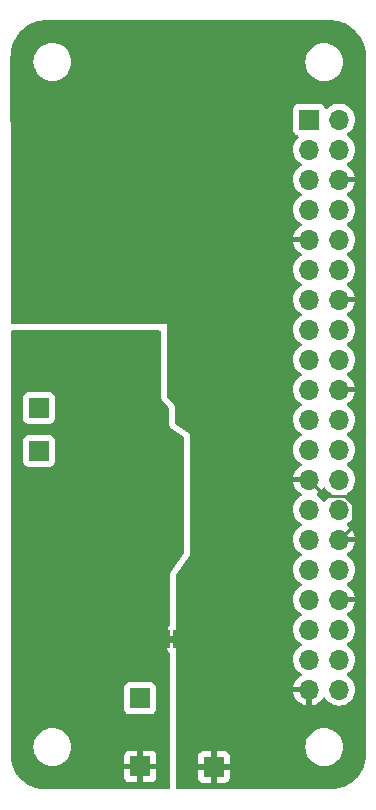
<source format=gbr>
%TF.GenerationSoftware,KiCad,Pcbnew,7.0.2-0*%
%TF.CreationDate,2024-01-15T07:51:27+01:00*%
%TF.ProjectId,dac,6461632e-6b69-4636-9164-5f7063625858,rev?*%
%TF.SameCoordinates,Original*%
%TF.FileFunction,Copper,L2,Bot*%
%TF.FilePolarity,Positive*%
%FSLAX46Y46*%
G04 Gerber Fmt 4.6, Leading zero omitted, Abs format (unit mm)*
G04 Created by KiCad (PCBNEW 7.0.2-0) date 2024-01-15 07:51:27*
%MOMM*%
%LPD*%
G01*
G04 APERTURE LIST*
G04 Aperture macros list*
%AMFreePoly0*
4,1,19,0.000000,0.744911,0.071157,0.744911,0.207708,0.704816,0.327430,0.627875,0.420627,0.520320,0.479746,0.390866,0.500000,0.250000,0.500000,-0.250000,0.479746,-0.390866,0.420627,-0.520320,0.327430,-0.627875,0.207708,-0.704816,0.071157,-0.744911,0.000000,-0.744911,0.000000,-0.750000,-0.500000,-0.750000,-0.500000,0.750000,0.000000,0.750000,0.000000,0.744911,0.000000,0.744911,
$1*%
%AMFreePoly1*
4,1,19,0.500000,-0.750000,0.000000,-0.750000,0.000000,-0.744911,-0.071157,-0.744911,-0.207708,-0.704816,-0.327430,-0.627875,-0.420627,-0.520320,-0.479746,-0.390866,-0.500000,-0.250000,-0.500000,0.250000,-0.479746,0.390866,-0.420627,0.520320,-0.327430,0.627875,-0.207708,0.704816,-0.071157,0.744911,0.000000,0.744911,0.000000,0.750000,0.500000,0.750000,0.500000,-0.750000,0.500000,-0.750000,
$1*%
G04 Aperture macros list end*
%TA.AperFunction,SMDPad,CuDef*%
%ADD10FreePoly0,180.000000*%
%TD*%
%TA.AperFunction,SMDPad,CuDef*%
%ADD11FreePoly1,180.000000*%
%TD*%
%TA.AperFunction,ComponentPad*%
%ADD12R,1.700000X1.700000*%
%TD*%
%TA.AperFunction,ComponentPad*%
%ADD13O,1.700000X1.700000*%
%TD*%
%TA.AperFunction,ViaPad*%
%ADD14C,0.800000*%
%TD*%
%TA.AperFunction,Conductor*%
%ADD15C,0.250000*%
%TD*%
G04 APERTURE END LIST*
%TA.AperFunction,EtchedComponent*%
%TO.C,NT2*%
G36*
X57400000Y-100950000D02*
G01*
X56900000Y-100950000D01*
X56900000Y-100350000D01*
X57400000Y-100350000D01*
X57400000Y-100950000D01*
G37*
%TD.AperFunction*%
%TD*%
D10*
%TO.P,NT2,2,2*%
%TO.N,GNDA*%
X56500000Y-100650000D03*
D11*
%TO.P,NT2,1,1*%
%TO.N,GND*%
X57800000Y-100650000D03*
%TD*%
D12*
%TO.P,J1,1,3V3*%
%TO.N,unconnected-(J1-3V3-Pad1)*%
X68800000Y-56650000D03*
D13*
%TO.P,J1,2,5V*%
%TO.N,+5V*%
X71340000Y-56650000D03*
%TO.P,J1,3,SDA/GPIO2*%
%TO.N,/SDA*%
X68800000Y-59190000D03*
%TO.P,J1,4,5V*%
%TO.N,+5V*%
X71340000Y-59190000D03*
%TO.P,J1,5,SCL/GPIO3*%
%TO.N,/SCL*%
X68800000Y-61730000D03*
%TO.P,J1,6,GND*%
%TO.N,GND*%
X71340000Y-61730000D03*
%TO.P,J1,7,GCLK0/GPIO4*%
%TO.N,/GPIO4*%
X68800000Y-64270000D03*
%TO.P,J1,8,GPIO14/TXD*%
%TO.N,/UART_TX*%
X71340000Y-64270000D03*
%TO.P,J1,9,GND*%
%TO.N,GND*%
X68800000Y-66810000D03*
%TO.P,J1,10,GPIO15/RXD*%
%TO.N,/UART_RX*%
X71340000Y-66810000D03*
%TO.P,J1,11,GPIO17*%
%TO.N,/GPIO17*%
X68800000Y-69350000D03*
%TO.P,J1,12,GPIO18/PWM0*%
%TO.N,/GPIO18*%
X71340000Y-69350000D03*
%TO.P,J1,13,GPIO27*%
%TO.N,unconnected-(J1-GPIO27-Pad13)*%
X68800000Y-71890000D03*
%TO.P,J1,14,GND*%
%TO.N,GND*%
X71340000Y-71890000D03*
%TO.P,J1,15,GPIO22*%
%TO.N,/I2S_MCLK*%
X68800000Y-74430000D03*
%TO.P,J1,16,GPIO23*%
%TO.N,/U0TXD*%
X71340000Y-74430000D03*
%TO.P,J1,17,3V3*%
%TO.N,unconnected-(J1-3V3-Pad17)*%
X68800000Y-76970000D03*
%TO.P,J1,18,GPIO24*%
%TO.N,/U0RXD*%
X71340000Y-76970000D03*
%TO.P,J1,19,MOSI0/GPIO10*%
%TO.N,/SPI_MOSI*%
X68800000Y-79510000D03*
%TO.P,J1,20,GND*%
%TO.N,GND*%
X71340000Y-79510000D03*
%TO.P,J1,21,MISO0/GPIO9*%
%TO.N,/SPI_MISO*%
X68800000Y-82050000D03*
%TO.P,J1,22,GPIO25*%
%TO.N,/DTR*%
X71340000Y-82050000D03*
%TO.P,J1,23,SCLK0/GPIO11*%
%TO.N,/SPI_CLK*%
X68800000Y-84590000D03*
%TO.P,J1,24,~{CE0}/GPIO8*%
%TO.N,/SPI_CS*%
X71340000Y-84590000D03*
%TO.P,J1,25,GND*%
%TO.N,GND*%
X68800000Y-87130000D03*
%TO.P,J1,26,~{CE1}/GPIO7*%
%TO.N,/GPIO7*%
X71340000Y-87130000D03*
%TO.P,J1,27,ID_SD/GPIO0*%
%TO.N,/GPIO0*%
X68800000Y-89670000D03*
%TO.P,J1,28,ID_SC/GPIO1*%
%TO.N,/GPIO1*%
X71340000Y-89670000D03*
%TO.P,J1,29,GCLK1/GPIO5*%
%TO.N,/GPIO5*%
X68800000Y-92210000D03*
%TO.P,J1,30,GND*%
%TO.N,GND*%
X71340000Y-92210000D03*
%TO.P,J1,31,GCLK2/GPIO6*%
%TO.N,/GPIO6*%
X68800000Y-94750000D03*
%TO.P,J1,32,PWM0/GPIO12*%
%TO.N,/I2S_BCLK*%
X71340000Y-94750000D03*
%TO.P,J1,33,PWM1/GPIO13*%
%TO.N,/PWM1*%
X68800000Y-97290000D03*
%TO.P,J1,34,GND*%
%TO.N,GND*%
X71340000Y-97290000D03*
%TO.P,J1,35,GPIO19/MISO1*%
%TO.N,/I2S_LRCK*%
X68800000Y-99830000D03*
%TO.P,J1,36,GPIO16*%
%TO.N,/GPIO16*%
X71340000Y-99830000D03*
%TO.P,J1,37,GPIO26*%
%TO.N,/RTS*%
X68800000Y-102370000D03*
%TO.P,J1,38,GPIO20/MOSI1*%
%TO.N,/SPDIF*%
X71340000Y-102370000D03*
%TO.P,J1,39,GND*%
%TO.N,GND*%
X68800000Y-104910000D03*
%TO.P,J1,40,GPIO21/SCLK1*%
%TO.N,/I2S_DOUT*%
X71340000Y-104910000D03*
%TD*%
D12*
%TO.P,J7,1,1*%
%TO.N,GND*%
X60725000Y-111475000D03*
%TD*%
%TO.P,J3,1,1*%
%TO.N,/AUDIO_RIGHT*%
X45920000Y-81080000D03*
%TD*%
%TO.P,J8,1,1*%
%TO.N,GNDA*%
X54500000Y-111425000D03*
%TD*%
%TO.P,J2,1,1*%
%TO.N,/AUDIO_LEFT*%
X45920000Y-84730000D03*
%TD*%
%TO.P,J6,1,1*%
%TO.N,+3V3*%
X54475000Y-105650000D03*
%TD*%
D14*
%TO.N,GND*%
X64301600Y-86242000D03*
%TO.N,GNDA*%
X51360000Y-75610000D03*
X46000000Y-92010000D03*
X56800000Y-83950000D03*
%TD*%
D15*
%TO.N,GND*%
X68800000Y-87130000D02*
X65189600Y-87130000D01*
X65189600Y-87130000D02*
X64301600Y-86242000D01*
X68800000Y-87130000D02*
X70165000Y-88495000D01*
X70165000Y-88495000D02*
X71826701Y-88495000D01*
X71826701Y-88495000D02*
X72515000Y-89183299D01*
X72515000Y-89183299D02*
X72515000Y-91035000D01*
X72515000Y-91035000D02*
X71340000Y-92210000D01*
%TO.N,GNDA*%
X56800000Y-81050000D02*
X51360000Y-75610000D01*
X56800000Y-83950000D02*
X56800000Y-81050000D01*
X54060000Y-83950000D02*
X46000000Y-92010000D01*
X56800000Y-83950000D02*
X54060000Y-83950000D01*
%TD*%
%TA.AperFunction,Conductor*%
%TO.N,GNDA*%
G36*
X56187539Y-74525185D02*
G01*
X56233294Y-74577989D01*
X56244500Y-74629500D01*
X56244500Y-80064047D01*
X56244587Y-80065683D01*
X56244588Y-80065694D01*
X56247307Y-80116413D01*
X56247397Y-80118087D01*
X56247574Y-80119736D01*
X56247576Y-80119757D01*
X56247873Y-80122515D01*
X56250231Y-80144445D01*
X56250496Y-80146084D01*
X56250497Y-80146087D01*
X56258886Y-80197860D01*
X56309166Y-80332662D01*
X56309167Y-80332664D01*
X56309168Y-80332666D01*
X56342653Y-80393989D01*
X56428876Y-80509170D01*
X56713681Y-80793976D01*
X56747166Y-80855298D01*
X56750000Y-80881656D01*
X56750000Y-82000000D01*
X56861719Y-82069824D01*
X56908135Y-82122046D01*
X56919999Y-82174975D01*
X56919999Y-82353460D01*
X56920375Y-82356865D01*
X56920376Y-82356866D01*
X56931862Y-82460627D01*
X56931864Y-82460639D01*
X56932239Y-82464026D01*
X56932983Y-82467345D01*
X56932985Y-82467357D01*
X56943356Y-82513625D01*
X56943359Y-82513638D01*
X56944103Y-82516954D01*
X56945210Y-82520178D01*
X56945214Y-82520192D01*
X56980222Y-82622151D01*
X57059527Y-82742201D01*
X57104727Y-82793058D01*
X57104744Y-82793076D01*
X57105943Y-82794425D01*
X57105948Y-82794430D01*
X57107933Y-82796107D01*
X57107941Y-82796114D01*
X57117687Y-82804346D01*
X57215863Y-82887274D01*
X58186219Y-83493746D01*
X58232635Y-83545970D01*
X58244499Y-83598898D01*
X58244499Y-93298266D01*
X58224814Y-93365305D01*
X58221402Y-93370340D01*
X57111732Y-94923879D01*
X57104520Y-94934245D01*
X57101096Y-94939302D01*
X57094436Y-94949394D01*
X57034660Y-95080282D01*
X57016635Y-95141666D01*
X57015185Y-95145855D01*
X56994500Y-95289733D01*
X56994500Y-99442031D01*
X56974815Y-99509070D01*
X56964213Y-99523233D01*
X56874623Y-99626625D01*
X56814834Y-99757542D01*
X56794353Y-99900000D01*
X56794353Y-100935763D01*
X56794353Y-101400000D01*
X56794510Y-101402208D01*
X56794511Y-101402210D01*
X56799499Y-101471960D01*
X56816769Y-101530776D01*
X56840047Y-101610053D01*
X56859002Y-101639548D01*
X56917856Y-101731128D01*
X56951702Y-101760455D01*
X56989476Y-101819233D01*
X56994499Y-101854168D01*
X56994500Y-102369999D01*
X56994500Y-113227700D01*
X56974815Y-113294739D01*
X56922011Y-113340494D01*
X56870500Y-113351700D01*
X46459881Y-113351700D01*
X46452928Y-113351505D01*
X46340936Y-113345215D01*
X46127717Y-113332318D01*
X46114433Y-113330792D01*
X45967231Y-113305781D01*
X45792119Y-113273691D01*
X45780150Y-113270877D01*
X45630646Y-113227805D01*
X45628084Y-113227037D01*
X45596615Y-113217231D01*
X45465643Y-113176418D01*
X45455093Y-113172598D01*
X45308767Y-113111988D01*
X45305329Y-113110502D01*
X45152729Y-113041822D01*
X45143639Y-113037275D01*
X45003748Y-112959960D01*
X44999579Y-112957549D01*
X44857588Y-112871712D01*
X44849995Y-112866733D01*
X44719034Y-112773810D01*
X44714317Y-112770292D01*
X44584236Y-112668381D01*
X44578082Y-112663229D01*
X44543347Y-112632188D01*
X44458107Y-112556012D01*
X44453053Y-112551234D01*
X44336364Y-112434545D01*
X44331586Y-112429491D01*
X44288251Y-112380999D01*
X44233307Y-112319518D01*
X53150000Y-112319518D01*
X53150354Y-112326132D01*
X53156400Y-112382371D01*
X53206647Y-112517089D01*
X53292811Y-112632188D01*
X53407910Y-112718352D01*
X53542628Y-112768599D01*
X53598867Y-112774645D01*
X53605482Y-112775000D01*
X54250000Y-112775000D01*
X54250000Y-111860501D01*
X54357685Y-111909680D01*
X54464237Y-111925000D01*
X54535763Y-111925000D01*
X54642315Y-111909680D01*
X54750000Y-111860501D01*
X54750000Y-112775000D01*
X55394518Y-112775000D01*
X55401132Y-112774645D01*
X55457371Y-112768599D01*
X55592089Y-112718352D01*
X55707188Y-112632188D01*
X55793352Y-112517089D01*
X55843599Y-112382371D01*
X55849645Y-112326132D01*
X55850000Y-112319518D01*
X55850000Y-111675000D01*
X54933686Y-111675000D01*
X54959493Y-111634844D01*
X55000000Y-111496889D01*
X55000000Y-111353111D01*
X54959493Y-111215156D01*
X54933686Y-111175000D01*
X55850000Y-111175000D01*
X55850000Y-110530481D01*
X55849645Y-110523867D01*
X55843599Y-110467628D01*
X55793352Y-110332910D01*
X55707188Y-110217811D01*
X55592089Y-110131647D01*
X55457371Y-110081400D01*
X55401132Y-110075354D01*
X55394518Y-110075000D01*
X54750000Y-110075000D01*
X54750000Y-110989498D01*
X54642315Y-110940320D01*
X54535763Y-110925000D01*
X54464237Y-110925000D01*
X54357685Y-110940320D01*
X54250000Y-110989498D01*
X54250000Y-110075000D01*
X53605482Y-110075000D01*
X53598867Y-110075354D01*
X53542628Y-110081400D01*
X53407910Y-110131647D01*
X53292811Y-110217811D01*
X53206647Y-110332910D01*
X53156400Y-110467628D01*
X53150354Y-110523867D01*
X53150000Y-110530481D01*
X53150000Y-111175000D01*
X54066314Y-111175000D01*
X54040507Y-111215156D01*
X54000000Y-111353111D01*
X54000000Y-111496889D01*
X54040507Y-111634844D01*
X54066314Y-111675000D01*
X53150000Y-111675000D01*
X53150000Y-112319518D01*
X44233307Y-112319518D01*
X44224361Y-112309507D01*
X44219225Y-112303371D01*
X44167304Y-112237099D01*
X44117306Y-112173281D01*
X44113788Y-112168564D01*
X44079826Y-112120700D01*
X44020854Y-112037587D01*
X44015895Y-112030025D01*
X43930028Y-111887984D01*
X43927638Y-111883850D01*
X43908903Y-111849952D01*
X43850319Y-111743952D01*
X43845776Y-111734869D01*
X43777096Y-111582269D01*
X43775631Y-111578881D01*
X43714993Y-111432487D01*
X43711189Y-111421981D01*
X43660529Y-111259410D01*
X43659793Y-111256952D01*
X43646055Y-111209266D01*
X43616719Y-111107438D01*
X43613909Y-111095486D01*
X43581818Y-110920367D01*
X43556806Y-110773161D01*
X43555281Y-110759885D01*
X43542384Y-110546663D01*
X43541104Y-110523867D01*
X43536092Y-110434624D01*
X43535898Y-110427776D01*
X43535619Y-109778800D01*
X45460751Y-109778800D01*
X45480517Y-110029949D01*
X45539326Y-110274910D01*
X45572571Y-110355170D01*
X45635734Y-110507659D01*
X45767364Y-110722459D01*
X45930976Y-110914024D01*
X46122541Y-111077636D01*
X46337341Y-111209266D01*
X46570089Y-111305673D01*
X46815052Y-111364483D01*
X47003318Y-111379300D01*
X47005763Y-111379300D01*
X47126637Y-111379300D01*
X47129082Y-111379300D01*
X47317348Y-111364483D01*
X47562311Y-111305673D01*
X47795059Y-111209266D01*
X48009859Y-111077636D01*
X48201424Y-110914024D01*
X48365036Y-110722459D01*
X48496666Y-110507659D01*
X48593073Y-110274911D01*
X48651883Y-110029948D01*
X48671649Y-109778800D01*
X48651883Y-109527652D01*
X48593073Y-109282689D01*
X48496666Y-109049941D01*
X48365036Y-108835141D01*
X48201424Y-108643576D01*
X48009859Y-108479964D01*
X47795059Y-108348334D01*
X47678684Y-108300130D01*
X47562310Y-108251926D01*
X47317349Y-108193117D01*
X47131516Y-108178491D01*
X47131501Y-108178490D01*
X47129082Y-108178300D01*
X47003318Y-108178300D01*
X47000899Y-108178490D01*
X47000883Y-108178491D01*
X46815050Y-108193117D01*
X46570089Y-108251926D01*
X46337339Y-108348335D01*
X46122542Y-108479963D01*
X45930976Y-108643576D01*
X45767363Y-108835142D01*
X45635735Y-109049939D01*
X45539326Y-109282689D01*
X45480517Y-109527650D01*
X45460751Y-109778800D01*
X43535619Y-109778800D01*
X43534230Y-106544578D01*
X53124500Y-106544578D01*
X53124501Y-106547872D01*
X53130909Y-106607483D01*
X53181204Y-106742331D01*
X53267454Y-106857546D01*
X53382669Y-106943796D01*
X53517517Y-106994091D01*
X53577127Y-107000500D01*
X55372872Y-107000499D01*
X55432483Y-106994091D01*
X55567331Y-106943796D01*
X55682546Y-106857546D01*
X55768796Y-106742331D01*
X55819091Y-106607483D01*
X55825500Y-106547873D01*
X55825499Y-104752128D01*
X55819091Y-104692517D01*
X55768796Y-104557669D01*
X55682546Y-104442454D01*
X55567331Y-104356204D01*
X55432483Y-104305909D01*
X55372873Y-104299500D01*
X55369550Y-104299500D01*
X53580439Y-104299500D01*
X53580420Y-104299500D01*
X53577128Y-104299501D01*
X53573848Y-104299853D01*
X53573840Y-104299854D01*
X53517515Y-104305909D01*
X53382669Y-104356204D01*
X53267454Y-104442454D01*
X53181204Y-104557668D01*
X53130910Y-104692515D01*
X53130909Y-104692517D01*
X53124500Y-104752127D01*
X53124500Y-104755448D01*
X53124500Y-104755449D01*
X53124500Y-106544560D01*
X53124500Y-106544578D01*
X43534230Y-106544578D01*
X43525244Y-85624578D01*
X44569500Y-85624578D01*
X44569501Y-85627872D01*
X44575909Y-85687483D01*
X44626204Y-85822331D01*
X44712454Y-85937546D01*
X44827669Y-86023796D01*
X44962517Y-86074091D01*
X45022127Y-86080500D01*
X46817872Y-86080499D01*
X46877483Y-86074091D01*
X47012331Y-86023796D01*
X47127546Y-85937546D01*
X47213796Y-85822331D01*
X47264091Y-85687483D01*
X47270500Y-85627873D01*
X47270499Y-83832128D01*
X47264091Y-83772517D01*
X47213796Y-83637669D01*
X47127546Y-83522454D01*
X47012331Y-83436204D01*
X46877483Y-83385909D01*
X46817873Y-83379500D01*
X46814550Y-83379500D01*
X45025439Y-83379500D01*
X45025420Y-83379500D01*
X45022128Y-83379501D01*
X45018848Y-83379853D01*
X45018840Y-83379854D01*
X44962515Y-83385909D01*
X44827669Y-83436204D01*
X44712454Y-83522454D01*
X44626204Y-83637668D01*
X44575910Y-83772515D01*
X44575909Y-83772517D01*
X44569500Y-83832127D01*
X44569500Y-83835448D01*
X44569500Y-83835449D01*
X44569500Y-85624560D01*
X44569500Y-85624578D01*
X43525244Y-85624578D01*
X43523676Y-81974578D01*
X44569500Y-81974578D01*
X44569501Y-81977872D01*
X44569853Y-81981152D01*
X44569854Y-81981159D01*
X44575909Y-82037484D01*
X44587971Y-82069824D01*
X44626204Y-82172331D01*
X44712454Y-82287546D01*
X44827669Y-82373796D01*
X44962517Y-82424091D01*
X45022127Y-82430500D01*
X46817872Y-82430499D01*
X46877483Y-82424091D01*
X47012331Y-82373796D01*
X47127546Y-82287546D01*
X47213796Y-82172331D01*
X47264091Y-82037483D01*
X47270500Y-81977873D01*
X47270499Y-80182128D01*
X47264091Y-80122517D01*
X47213796Y-79987669D01*
X47127546Y-79872454D01*
X47012331Y-79786204D01*
X46877483Y-79735909D01*
X46817873Y-79729500D01*
X46814550Y-79729500D01*
X45025439Y-79729500D01*
X45025420Y-79729500D01*
X45022128Y-79729501D01*
X45018848Y-79729853D01*
X45018840Y-79729854D01*
X44962515Y-79735909D01*
X44827669Y-79786204D01*
X44712454Y-79872454D01*
X44626204Y-79987668D01*
X44575910Y-80122515D01*
X44575909Y-80122517D01*
X44569500Y-80182127D01*
X44569500Y-80185448D01*
X44569500Y-80185449D01*
X44569500Y-81974560D01*
X44569500Y-81974578D01*
X43523676Y-81974578D01*
X43521106Y-75990512D01*
X43520521Y-74629553D01*
X43540177Y-74562505D01*
X43592961Y-74516728D01*
X43644521Y-74505500D01*
X56120500Y-74505500D01*
X56187539Y-74525185D01*
G37*
%TD.AperFunction*%
%TD*%
%TA.AperFunction,Conductor*%
%TO.N,GND*%
G36*
X70154549Y-87796109D02*
G01*
X70171265Y-87815400D01*
X70301505Y-88001401D01*
X70468599Y-88168495D01*
X70654160Y-88298426D01*
X70697783Y-88353002D01*
X70704976Y-88422501D01*
X70673454Y-88484855D01*
X70654159Y-88501575D01*
X70468595Y-88631508D01*
X70301505Y-88798598D01*
X70171575Y-88984159D01*
X70116998Y-89027784D01*
X70047500Y-89034978D01*
X69985145Y-89003455D01*
X69968425Y-88984159D01*
X69838494Y-88798598D01*
X69671404Y-88631508D01*
X69671403Y-88631508D01*
X69671401Y-88631505D01*
X69485402Y-88501267D01*
X69441780Y-88446692D01*
X69434587Y-88377193D01*
X69466109Y-88314839D01*
X69485405Y-88298119D01*
X69671078Y-88168109D01*
X69838109Y-88001078D01*
X69968119Y-87815405D01*
X70022696Y-87771780D01*
X70092194Y-87764586D01*
X70154549Y-87796109D01*
G37*
%TD.AperFunction*%
%TA.AperFunction,Conductor*%
G36*
X70882901Y-48251527D02*
G01*
X71003671Y-48270655D01*
X71049881Y-48278506D01*
X71172272Y-48299301D01*
X71183582Y-48301771D01*
X71338829Y-48343370D01*
X71499120Y-48389549D01*
X71509178Y-48392922D01*
X71659959Y-48450801D01*
X71662950Y-48451995D01*
X71814219Y-48514652D01*
X71823013Y-48518706D01*
X71967831Y-48592494D01*
X71971406Y-48594392D01*
X72100594Y-48665792D01*
X72113889Y-48673140D01*
X72121442Y-48677672D01*
X72258119Y-48766431D01*
X72262339Y-48769297D01*
X72394636Y-48863167D01*
X72400908Y-48867923D01*
X72527803Y-48970681D01*
X72532368Y-48974566D01*
X72642799Y-49073253D01*
X72653161Y-49082513D01*
X72658215Y-49087291D01*
X72773707Y-49202783D01*
X72778485Y-49207837D01*
X72886422Y-49328618D01*
X72890324Y-49333203D01*
X72929567Y-49381664D01*
X72993068Y-49460081D01*
X72997831Y-49466362D01*
X73091701Y-49598659D01*
X73094567Y-49602879D01*
X73183326Y-49739556D01*
X73187858Y-49747109D01*
X73266588Y-49889559D01*
X73268528Y-49893212D01*
X73342282Y-50037964D01*
X73346353Y-50046795D01*
X73409003Y-50198048D01*
X73410206Y-50201062D01*
X73468066Y-50351792D01*
X73471456Y-50361902D01*
X73517632Y-50522181D01*
X73559228Y-50677420D01*
X73561697Y-50688726D01*
X73590344Y-50857326D01*
X73614684Y-51011005D01*
X73616015Y-51023444D01*
X73626912Y-51217470D01*
X73633730Y-51347557D01*
X73633900Y-51354046D01*
X73633900Y-110286700D01*
X73633565Y-110287839D01*
X73633873Y-110326345D01*
X73633756Y-110332818D01*
X73628008Y-110462683D01*
X73619251Y-110645019D01*
X73618011Y-110657540D01*
X73595430Y-110807450D01*
X73569354Y-110968229D01*
X73566951Y-110979625D01*
X73527639Y-111130562D01*
X73484561Y-111284071D01*
X73481225Y-111294241D01*
X73426130Y-111440583D01*
X73424940Y-111443622D01*
X73365892Y-111588759D01*
X73361848Y-111597674D01*
X73291345Y-111738081D01*
X73289399Y-111741799D01*
X73214749Y-111878705D01*
X73210235Y-111886323D01*
X73125122Y-112018928D01*
X73122262Y-112023186D01*
X73032929Y-112150460D01*
X73028172Y-112156797D01*
X72929490Y-112279855D01*
X72925583Y-112284490D01*
X72822566Y-112400815D01*
X72817785Y-112405917D01*
X72706683Y-112517957D01*
X72701621Y-112522781D01*
X72586161Y-112626776D01*
X72581561Y-112630721D01*
X72459375Y-112730405D01*
X72453076Y-112735217D01*
X72326423Y-112825711D01*
X72322191Y-112828604D01*
X72190491Y-112914710D01*
X72182909Y-112919290D01*
X72046359Y-112995240D01*
X72042659Y-112997216D01*
X71903152Y-113068743D01*
X71894271Y-113072862D01*
X71749127Y-113133339D01*
X71746099Y-113134554D01*
X71600772Y-113190668D01*
X71590612Y-113194094D01*
X71436611Y-113238710D01*
X71286901Y-113279049D01*
X71275538Y-113281544D01*
X71113340Y-113309253D01*
X70965275Y-113332831D01*
X70952771Y-113334176D01*
X70769035Y-113344549D01*
X70765248Y-113344763D01*
X70640922Y-113351314D01*
X70634406Y-113351486D01*
X67131901Y-113351700D01*
X57624000Y-113351700D01*
X57556961Y-113332015D01*
X57511206Y-113279211D01*
X57500000Y-113227700D01*
X57500000Y-112369518D01*
X59375000Y-112369518D01*
X59375354Y-112376132D01*
X59381400Y-112432371D01*
X59431647Y-112567089D01*
X59517811Y-112682188D01*
X59632910Y-112768352D01*
X59767628Y-112818599D01*
X59823867Y-112824645D01*
X59830482Y-112825000D01*
X60475000Y-112825000D01*
X60475000Y-111910501D01*
X60582685Y-111959680D01*
X60689237Y-111975000D01*
X60760763Y-111975000D01*
X60867315Y-111959680D01*
X60975000Y-111910501D01*
X60975000Y-112825000D01*
X61619518Y-112825000D01*
X61626132Y-112824645D01*
X61682371Y-112818599D01*
X61817089Y-112768352D01*
X61932188Y-112682188D01*
X62018352Y-112567089D01*
X62068599Y-112432371D01*
X62074645Y-112376132D01*
X62075000Y-112369518D01*
X62075000Y-111725000D01*
X61158686Y-111725000D01*
X61184493Y-111684844D01*
X61225000Y-111546889D01*
X61225000Y-111403111D01*
X61184493Y-111265156D01*
X61158686Y-111225000D01*
X62075000Y-111225000D01*
X62075000Y-110580481D01*
X62074645Y-110573867D01*
X62068599Y-110517628D01*
X62018352Y-110382910D01*
X61932188Y-110267811D01*
X61817089Y-110181647D01*
X61682371Y-110131400D01*
X61626132Y-110125354D01*
X61619518Y-110125000D01*
X60975000Y-110125000D01*
X60975000Y-111039498D01*
X60867315Y-110990320D01*
X60760763Y-110975000D01*
X60689237Y-110975000D01*
X60582685Y-110990320D01*
X60475000Y-111039498D01*
X60475000Y-110125000D01*
X59830482Y-110125000D01*
X59823867Y-110125354D01*
X59767628Y-110131400D01*
X59632910Y-110181647D01*
X59517811Y-110267811D01*
X59431647Y-110382910D01*
X59381400Y-110517628D01*
X59375354Y-110573867D01*
X59375000Y-110580481D01*
X59375000Y-111225000D01*
X60291314Y-111225000D01*
X60265507Y-111265156D01*
X60225000Y-111403111D01*
X60225000Y-111546889D01*
X60265507Y-111684844D01*
X60291314Y-111725000D01*
X59375000Y-111725000D01*
X59375000Y-112369518D01*
X57500000Y-112369518D01*
X57500000Y-109778800D01*
X68473151Y-109778800D01*
X68492917Y-110029949D01*
X68551726Y-110274910D01*
X68596461Y-110382910D01*
X68648134Y-110507659D01*
X68779764Y-110722459D01*
X68943376Y-110914024D01*
X69134941Y-111077636D01*
X69349741Y-111209266D01*
X69582489Y-111305673D01*
X69827452Y-111364483D01*
X70015718Y-111379300D01*
X70018163Y-111379300D01*
X70139037Y-111379300D01*
X70141482Y-111379300D01*
X70329748Y-111364483D01*
X70574711Y-111305673D01*
X70807459Y-111209266D01*
X71022259Y-111077636D01*
X71213824Y-110914024D01*
X71377436Y-110722459D01*
X71509066Y-110507659D01*
X71605473Y-110274911D01*
X71664283Y-110029948D01*
X71684049Y-109778800D01*
X71664283Y-109527652D01*
X71605473Y-109282689D01*
X71509066Y-109049941D01*
X71377436Y-108835141D01*
X71213824Y-108643576D01*
X71022259Y-108479964D01*
X70807459Y-108348334D01*
X70691085Y-108300130D01*
X70574710Y-108251926D01*
X70329749Y-108193117D01*
X70143916Y-108178491D01*
X70143901Y-108178490D01*
X70141482Y-108178300D01*
X70015718Y-108178300D01*
X70013299Y-108178490D01*
X70013283Y-108178491D01*
X69827450Y-108193117D01*
X69582489Y-108251926D01*
X69349739Y-108348335D01*
X69134942Y-108479963D01*
X68943376Y-108643576D01*
X68779763Y-108835142D01*
X68648135Y-109049939D01*
X68551726Y-109282689D01*
X68492917Y-109527650D01*
X68473151Y-109778800D01*
X57500000Y-109778800D01*
X57500000Y-102369999D01*
X67444340Y-102369999D01*
X67464936Y-102605407D01*
X67509709Y-102772502D01*
X67526097Y-102833663D01*
X67625965Y-103047830D01*
X67761505Y-103241401D01*
X67928599Y-103408495D01*
X68114596Y-103538732D01*
X68158219Y-103593307D01*
X68165412Y-103662806D01*
X68133890Y-103725160D01*
X68114595Y-103741880D01*
X67928919Y-103871892D01*
X67761890Y-104038921D01*
X67626400Y-104232421D01*
X67526569Y-104446507D01*
X67469364Y-104659999D01*
X67469364Y-104660000D01*
X68366314Y-104660000D01*
X68340507Y-104700156D01*
X68300000Y-104838111D01*
X68300000Y-104981889D01*
X68340507Y-105119844D01*
X68366314Y-105160000D01*
X67469364Y-105160000D01*
X67526569Y-105373492D01*
X67626399Y-105587576D01*
X67761893Y-105781081D01*
X67928918Y-105948106D01*
X68122423Y-106083600D01*
X68336509Y-106183430D01*
X68550000Y-106240634D01*
X68550000Y-105345501D01*
X68657685Y-105394680D01*
X68764237Y-105410000D01*
X68835763Y-105410000D01*
X68942315Y-105394680D01*
X69050000Y-105345501D01*
X69050000Y-106240633D01*
X69263490Y-106183430D01*
X69477576Y-106083600D01*
X69671081Y-105948106D01*
X69838109Y-105781078D01*
X69968119Y-105595405D01*
X70022696Y-105551780D01*
X70092194Y-105544586D01*
X70154549Y-105576109D01*
X70171265Y-105595400D01*
X70301505Y-105781401D01*
X70468599Y-105948495D01*
X70662170Y-106084035D01*
X70876337Y-106183903D01*
X71088059Y-106240633D01*
X71104592Y-106245063D01*
X71339999Y-106265659D01*
X71339999Y-106265658D01*
X71340000Y-106265659D01*
X71575408Y-106245063D01*
X71803663Y-106183903D01*
X72017830Y-106084035D01*
X72211401Y-105948495D01*
X72378495Y-105781401D01*
X72514035Y-105587830D01*
X72613903Y-105373663D01*
X72675063Y-105145408D01*
X72695659Y-104910000D01*
X72675063Y-104674592D01*
X72613903Y-104446337D01*
X72514035Y-104232171D01*
X72378495Y-104038599D01*
X72211401Y-103871505D01*
X72025839Y-103741573D01*
X71982216Y-103686998D01*
X71975022Y-103617500D01*
X72006545Y-103555145D01*
X72025837Y-103538428D01*
X72211401Y-103408495D01*
X72378495Y-103241401D01*
X72514035Y-103047830D01*
X72613903Y-102833663D01*
X72675063Y-102605408D01*
X72695659Y-102370000D01*
X72675063Y-102134592D01*
X72613903Y-101906337D01*
X72514035Y-101692171D01*
X72378495Y-101498599D01*
X72211401Y-101331505D01*
X72025839Y-101201573D01*
X71982216Y-101146998D01*
X71975022Y-101077500D01*
X72006545Y-101015145D01*
X72025837Y-100998428D01*
X72211401Y-100868495D01*
X72378495Y-100701401D01*
X72514035Y-100507830D01*
X72613903Y-100293663D01*
X72675063Y-100065408D01*
X72695659Y-99830000D01*
X72675063Y-99594592D01*
X72613903Y-99366337D01*
X72514035Y-99152171D01*
X72378495Y-98958599D01*
X72211401Y-98791505D01*
X72025402Y-98661267D01*
X71981780Y-98606692D01*
X71974587Y-98537193D01*
X72006109Y-98474839D01*
X72025405Y-98458119D01*
X72211078Y-98328109D01*
X72378106Y-98161081D01*
X72513600Y-97967576D01*
X72613430Y-97753492D01*
X72670636Y-97540000D01*
X71773686Y-97540000D01*
X71799493Y-97499844D01*
X71840000Y-97361889D01*
X71840000Y-97218111D01*
X71799493Y-97080156D01*
X71773686Y-97040000D01*
X72670636Y-97040000D01*
X72670635Y-97039999D01*
X72613430Y-96826507D01*
X72513599Y-96612421D01*
X72378109Y-96418921D01*
X72211081Y-96251893D01*
X72025404Y-96121880D01*
X71981780Y-96067303D01*
X71974587Y-95997804D01*
X72006109Y-95935450D01*
X72025399Y-95918734D01*
X72211401Y-95788495D01*
X72378495Y-95621401D01*
X72514035Y-95427830D01*
X72613903Y-95213663D01*
X72675063Y-94985408D01*
X72695659Y-94750000D01*
X72675063Y-94514592D01*
X72613903Y-94286337D01*
X72514035Y-94072171D01*
X72378495Y-93878599D01*
X72211401Y-93711505D01*
X72025402Y-93581267D01*
X71981780Y-93526692D01*
X71974587Y-93457193D01*
X72006109Y-93394839D01*
X72025405Y-93378119D01*
X72211078Y-93248109D01*
X72378106Y-93081081D01*
X72513600Y-92887576D01*
X72613430Y-92673492D01*
X72670636Y-92460000D01*
X71773686Y-92460000D01*
X71799493Y-92419844D01*
X71840000Y-92281889D01*
X71840000Y-92138111D01*
X71799493Y-92000156D01*
X71773686Y-91960000D01*
X72670636Y-91960000D01*
X72670635Y-91959999D01*
X72613430Y-91746507D01*
X72513599Y-91532421D01*
X72378109Y-91338921D01*
X72211081Y-91171893D01*
X72025404Y-91041880D01*
X71981780Y-90987303D01*
X71974587Y-90917804D01*
X72006109Y-90855450D01*
X72025399Y-90838734D01*
X72211401Y-90708495D01*
X72378495Y-90541401D01*
X72514035Y-90347830D01*
X72613903Y-90133663D01*
X72675063Y-89905408D01*
X72695659Y-89670000D01*
X72675063Y-89434592D01*
X72613903Y-89206337D01*
X72514035Y-88992171D01*
X72378495Y-88798599D01*
X72211401Y-88631505D01*
X72025839Y-88501573D01*
X71982216Y-88446998D01*
X71975022Y-88377500D01*
X72006545Y-88315145D01*
X72025837Y-88298428D01*
X72211401Y-88168495D01*
X72378495Y-88001401D01*
X72514035Y-87807830D01*
X72613903Y-87593663D01*
X72675063Y-87365408D01*
X72695659Y-87130000D01*
X72675063Y-86894592D01*
X72613903Y-86666337D01*
X72514035Y-86452171D01*
X72378495Y-86258599D01*
X72211401Y-86091505D01*
X72025839Y-85961573D01*
X71982216Y-85906998D01*
X71975022Y-85837500D01*
X72006545Y-85775145D01*
X72025837Y-85758428D01*
X72211401Y-85628495D01*
X72378495Y-85461401D01*
X72514035Y-85267830D01*
X72613903Y-85053663D01*
X72675063Y-84825408D01*
X72695659Y-84590000D01*
X72675063Y-84354592D01*
X72613903Y-84126337D01*
X72514035Y-83912171D01*
X72378495Y-83718599D01*
X72211401Y-83551505D01*
X72025839Y-83421573D01*
X71982216Y-83366998D01*
X71975022Y-83297500D01*
X72006545Y-83235145D01*
X72025837Y-83218428D01*
X72211401Y-83088495D01*
X72378495Y-82921401D01*
X72514035Y-82727830D01*
X72613903Y-82513663D01*
X72675063Y-82285408D01*
X72695659Y-82050000D01*
X72689348Y-81977872D01*
X72675063Y-81814592D01*
X72675062Y-81814592D01*
X72613903Y-81586337D01*
X72514035Y-81372171D01*
X72378495Y-81178599D01*
X72211401Y-81011505D01*
X72025402Y-80881267D01*
X71981780Y-80826692D01*
X71974587Y-80757193D01*
X72006109Y-80694839D01*
X72025405Y-80678119D01*
X72211078Y-80548109D01*
X72378106Y-80381081D01*
X72513600Y-80187576D01*
X72613430Y-79973492D01*
X72670636Y-79760000D01*
X71773686Y-79760000D01*
X71799493Y-79719844D01*
X71840000Y-79581889D01*
X71840000Y-79438111D01*
X71799493Y-79300156D01*
X71773686Y-79260000D01*
X72670636Y-79260000D01*
X72670635Y-79259999D01*
X72613430Y-79046507D01*
X72513599Y-78832421D01*
X72378109Y-78638921D01*
X72211081Y-78471893D01*
X72025404Y-78341880D01*
X71981780Y-78287303D01*
X71974587Y-78217804D01*
X72006109Y-78155450D01*
X72025399Y-78138734D01*
X72211401Y-78008495D01*
X72378495Y-77841401D01*
X72514035Y-77647830D01*
X72613903Y-77433663D01*
X72675063Y-77205408D01*
X72695659Y-76970000D01*
X72675063Y-76734592D01*
X72613903Y-76506337D01*
X72514035Y-76292171D01*
X72378495Y-76098599D01*
X72211401Y-75931505D01*
X72025839Y-75801573D01*
X71982216Y-75746998D01*
X71975022Y-75677500D01*
X72006545Y-75615145D01*
X72025837Y-75598428D01*
X72211401Y-75468495D01*
X72378495Y-75301401D01*
X72514035Y-75107830D01*
X72613903Y-74893663D01*
X72675063Y-74665408D01*
X72695659Y-74430000D01*
X72675063Y-74194592D01*
X72613903Y-73966337D01*
X72514035Y-73752171D01*
X72378495Y-73558599D01*
X72211401Y-73391505D01*
X72025402Y-73261267D01*
X71981780Y-73206692D01*
X71974587Y-73137193D01*
X72006109Y-73074839D01*
X72025405Y-73058119D01*
X72211078Y-72928109D01*
X72378106Y-72761081D01*
X72513600Y-72567576D01*
X72613430Y-72353492D01*
X72670636Y-72140000D01*
X71773686Y-72140000D01*
X71799493Y-72099844D01*
X71840000Y-71961889D01*
X71840000Y-71818111D01*
X71799493Y-71680156D01*
X71773686Y-71640000D01*
X72670636Y-71640000D01*
X72670635Y-71639999D01*
X72613430Y-71426507D01*
X72513599Y-71212421D01*
X72378109Y-71018921D01*
X72211081Y-70851893D01*
X72025404Y-70721880D01*
X71981780Y-70667303D01*
X71974587Y-70597804D01*
X72006109Y-70535450D01*
X72025399Y-70518734D01*
X72211401Y-70388495D01*
X72378495Y-70221401D01*
X72514035Y-70027830D01*
X72613903Y-69813663D01*
X72675063Y-69585408D01*
X72695659Y-69350000D01*
X72675063Y-69114592D01*
X72613903Y-68886337D01*
X72514035Y-68672171D01*
X72378495Y-68478599D01*
X72211401Y-68311505D01*
X72025839Y-68181573D01*
X71982216Y-68126998D01*
X71975022Y-68057500D01*
X72006545Y-67995145D01*
X72025837Y-67978428D01*
X72211401Y-67848495D01*
X72378495Y-67681401D01*
X72514035Y-67487830D01*
X72613903Y-67273663D01*
X72675063Y-67045408D01*
X72695659Y-66810000D01*
X72675063Y-66574592D01*
X72613903Y-66346337D01*
X72514035Y-66132171D01*
X72378495Y-65938599D01*
X72211401Y-65771505D01*
X72025839Y-65641573D01*
X71982217Y-65586998D01*
X71975024Y-65517499D01*
X72006546Y-65455145D01*
X72025837Y-65438428D01*
X72211401Y-65308495D01*
X72378495Y-65141401D01*
X72514035Y-64947830D01*
X72613903Y-64733663D01*
X72675063Y-64505408D01*
X72695659Y-64270000D01*
X72675063Y-64034592D01*
X72613903Y-63806337D01*
X72514035Y-63592171D01*
X72378495Y-63398599D01*
X72211401Y-63231505D01*
X72025402Y-63101267D01*
X71981780Y-63046692D01*
X71974587Y-62977193D01*
X72006109Y-62914839D01*
X72025405Y-62898119D01*
X72211078Y-62768109D01*
X72378106Y-62601081D01*
X72513600Y-62407576D01*
X72613430Y-62193492D01*
X72670636Y-61980000D01*
X71773686Y-61980000D01*
X71799493Y-61939844D01*
X71840000Y-61801889D01*
X71840000Y-61658111D01*
X71799493Y-61520156D01*
X71773686Y-61480000D01*
X72670636Y-61480000D01*
X72670635Y-61479999D01*
X72613430Y-61266507D01*
X72513599Y-61052421D01*
X72378109Y-60858921D01*
X72211081Y-60691893D01*
X72025404Y-60561880D01*
X71981780Y-60507303D01*
X71974587Y-60437804D01*
X72006109Y-60375450D01*
X72025399Y-60358734D01*
X72211401Y-60228495D01*
X72378495Y-60061401D01*
X72514035Y-59867830D01*
X72613903Y-59653663D01*
X72675063Y-59425408D01*
X72695659Y-59190000D01*
X72675063Y-58954592D01*
X72613903Y-58726337D01*
X72514035Y-58512171D01*
X72378495Y-58318599D01*
X72211401Y-58151505D01*
X72025839Y-58021573D01*
X71982216Y-57966998D01*
X71975022Y-57897500D01*
X72006545Y-57835145D01*
X72025837Y-57818428D01*
X72211401Y-57688495D01*
X72378495Y-57521401D01*
X72514035Y-57327830D01*
X72613903Y-57113663D01*
X72675063Y-56885408D01*
X72695659Y-56650000D01*
X72675063Y-56414592D01*
X72613903Y-56186337D01*
X72514035Y-55972171D01*
X72378495Y-55778599D01*
X72211401Y-55611505D01*
X72017830Y-55475965D01*
X71803663Y-55376097D01*
X71742501Y-55359709D01*
X71575407Y-55314936D01*
X71340000Y-55294340D01*
X71104592Y-55314936D01*
X70876336Y-55376097D01*
X70662170Y-55475965D01*
X70468601Y-55611503D01*
X70346673Y-55733431D01*
X70285350Y-55766915D01*
X70215658Y-55761931D01*
X70159725Y-55720059D01*
X70142810Y-55689082D01*
X70135658Y-55669907D01*
X70093796Y-55557669D01*
X70007546Y-55442454D01*
X69892331Y-55356204D01*
X69757483Y-55305909D01*
X69697873Y-55299500D01*
X69694550Y-55299500D01*
X67905439Y-55299500D01*
X67905420Y-55299500D01*
X67902128Y-55299501D01*
X67898848Y-55299853D01*
X67898840Y-55299854D01*
X67842515Y-55305909D01*
X67707669Y-55356204D01*
X67592454Y-55442454D01*
X67506204Y-55557668D01*
X67506203Y-55557669D01*
X67506204Y-55557669D01*
X67455909Y-55692517D01*
X67449500Y-55752127D01*
X67449500Y-55755448D01*
X67449500Y-55755449D01*
X67449500Y-57544560D01*
X67449500Y-57544578D01*
X67449501Y-57547872D01*
X67449853Y-57551152D01*
X67449854Y-57551159D01*
X67455909Y-57607484D01*
X67481056Y-57674906D01*
X67506204Y-57742331D01*
X67592454Y-57857546D01*
X67707669Y-57943796D01*
X67819907Y-57985658D01*
X67839082Y-57992810D01*
X67895016Y-58034681D01*
X67919433Y-58100146D01*
X67904581Y-58168419D01*
X67883431Y-58196673D01*
X67761503Y-58318601D01*
X67625965Y-58512170D01*
X67526097Y-58726336D01*
X67464936Y-58954592D01*
X67444340Y-59190000D01*
X67464936Y-59425407D01*
X67509709Y-59592501D01*
X67526097Y-59653663D01*
X67625965Y-59867830D01*
X67761505Y-60061401D01*
X67928599Y-60228495D01*
X68114160Y-60358426D01*
X68157783Y-60413002D01*
X68164976Y-60482501D01*
X68133454Y-60544855D01*
X68114159Y-60561575D01*
X67928595Y-60691508D01*
X67761505Y-60858598D01*
X67625965Y-61052170D01*
X67526097Y-61266336D01*
X67464936Y-61494592D01*
X67444340Y-61730000D01*
X67464936Y-61965407D01*
X67490496Y-62060798D01*
X67526097Y-62193663D01*
X67625965Y-62407830D01*
X67761505Y-62601401D01*
X67928599Y-62768495D01*
X68114160Y-62898426D01*
X68157783Y-62953002D01*
X68164976Y-63022501D01*
X68133454Y-63084855D01*
X68114159Y-63101575D01*
X67928595Y-63231508D01*
X67761505Y-63398598D01*
X67625965Y-63592170D01*
X67526097Y-63806336D01*
X67464936Y-64034592D01*
X67444340Y-64269999D01*
X67464936Y-64505407D01*
X67509709Y-64672502D01*
X67526097Y-64733663D01*
X67625965Y-64947830D01*
X67761505Y-65141401D01*
X67928599Y-65308495D01*
X68114596Y-65438732D01*
X68158219Y-65493307D01*
X68165412Y-65562806D01*
X68133890Y-65625160D01*
X68114595Y-65641880D01*
X67928919Y-65771892D01*
X67761890Y-65938921D01*
X67626400Y-66132421D01*
X67526569Y-66346507D01*
X67469364Y-66559999D01*
X67469364Y-66560000D01*
X68366314Y-66560000D01*
X68340507Y-66600156D01*
X68300000Y-66738111D01*
X68300000Y-66881889D01*
X68340507Y-67019844D01*
X68366314Y-67060000D01*
X67469364Y-67060000D01*
X67526569Y-67273492D01*
X67626399Y-67487576D01*
X67761893Y-67681081D01*
X67928918Y-67848106D01*
X68114595Y-67978119D01*
X68158219Y-68032696D01*
X68165412Y-68102195D01*
X68133890Y-68164549D01*
X68114595Y-68181269D01*
X67928595Y-68311508D01*
X67761505Y-68478598D01*
X67625965Y-68672170D01*
X67526097Y-68886336D01*
X67464936Y-69114592D01*
X67444340Y-69349999D01*
X67464936Y-69585407D01*
X67509709Y-69752502D01*
X67526097Y-69813663D01*
X67625965Y-70027830D01*
X67761505Y-70221401D01*
X67928599Y-70388495D01*
X68114160Y-70518426D01*
X68157783Y-70573002D01*
X68164976Y-70642501D01*
X68133454Y-70704855D01*
X68114159Y-70721575D01*
X67928595Y-70851508D01*
X67761505Y-71018598D01*
X67625965Y-71212170D01*
X67526097Y-71426336D01*
X67464936Y-71654592D01*
X67444340Y-71890000D01*
X67464936Y-72125407D01*
X67490496Y-72220798D01*
X67526097Y-72353663D01*
X67625965Y-72567830D01*
X67761505Y-72761401D01*
X67928599Y-72928495D01*
X68114160Y-73058426D01*
X68157783Y-73113002D01*
X68164976Y-73182501D01*
X68133454Y-73244855D01*
X68114159Y-73261575D01*
X67928595Y-73391508D01*
X67761505Y-73558598D01*
X67625965Y-73752170D01*
X67526097Y-73966336D01*
X67464936Y-74194592D01*
X67444340Y-74430000D01*
X67464936Y-74665407D01*
X67509709Y-74832502D01*
X67526097Y-74893663D01*
X67625965Y-75107830D01*
X67761505Y-75301401D01*
X67928599Y-75468495D01*
X68114160Y-75598426D01*
X68157783Y-75653002D01*
X68164976Y-75722501D01*
X68133454Y-75784855D01*
X68114159Y-75801575D01*
X67928595Y-75931508D01*
X67761505Y-76098598D01*
X67625965Y-76292170D01*
X67526097Y-76506336D01*
X67464936Y-76734592D01*
X67444340Y-76969999D01*
X67464936Y-77205407D01*
X67509709Y-77372501D01*
X67526097Y-77433663D01*
X67625965Y-77647830D01*
X67761505Y-77841401D01*
X67928599Y-78008495D01*
X68114160Y-78138426D01*
X68157783Y-78193002D01*
X68164976Y-78262501D01*
X68133454Y-78324855D01*
X68114159Y-78341575D01*
X67928595Y-78471508D01*
X67761505Y-78638598D01*
X67625965Y-78832170D01*
X67526097Y-79046336D01*
X67464936Y-79274592D01*
X67444340Y-79509999D01*
X67464936Y-79745407D01*
X67475868Y-79786204D01*
X67526097Y-79973663D01*
X67625965Y-80187830D01*
X67761505Y-80381401D01*
X67928599Y-80548495D01*
X68114160Y-80678426D01*
X68157783Y-80733002D01*
X68164976Y-80802501D01*
X68133454Y-80864855D01*
X68114158Y-80881575D01*
X67935482Y-81006686D01*
X67928595Y-81011508D01*
X67761505Y-81178598D01*
X67625965Y-81372170D01*
X67526097Y-81586336D01*
X67464936Y-81814592D01*
X67444340Y-82050000D01*
X67464936Y-82285407D01*
X67503814Y-82430500D01*
X67526097Y-82513663D01*
X67625965Y-82727830D01*
X67761505Y-82921401D01*
X67928599Y-83088495D01*
X68114160Y-83218426D01*
X68157783Y-83273002D01*
X68164976Y-83342501D01*
X68133454Y-83404855D01*
X68114158Y-83421575D01*
X67961373Y-83528557D01*
X67928595Y-83551508D01*
X67761505Y-83718598D01*
X67625965Y-83912170D01*
X67526097Y-84126336D01*
X67464936Y-84354592D01*
X67444340Y-84590000D01*
X67464936Y-84825407D01*
X67471660Y-84850500D01*
X67526097Y-85053663D01*
X67625965Y-85267830D01*
X67761505Y-85461401D01*
X67928599Y-85628495D01*
X68114596Y-85758732D01*
X68158219Y-85813307D01*
X68165412Y-85882806D01*
X68133890Y-85945160D01*
X68114595Y-85961880D01*
X67928919Y-86091892D01*
X67761890Y-86258921D01*
X67626400Y-86452421D01*
X67526569Y-86666507D01*
X67469364Y-86879999D01*
X67469364Y-86880000D01*
X68366314Y-86880000D01*
X68340507Y-86920156D01*
X68300000Y-87058111D01*
X68300000Y-87201889D01*
X68340507Y-87339844D01*
X68366314Y-87380000D01*
X67469364Y-87380000D01*
X67526569Y-87593492D01*
X67626399Y-87807576D01*
X67761893Y-88001081D01*
X67928918Y-88168106D01*
X68114595Y-88298119D01*
X68158219Y-88352696D01*
X68165412Y-88422195D01*
X68133890Y-88484549D01*
X68114595Y-88501269D01*
X67928595Y-88631508D01*
X67761505Y-88798598D01*
X67625965Y-88992170D01*
X67526097Y-89206336D01*
X67464936Y-89434592D01*
X67444340Y-89670000D01*
X67464936Y-89905407D01*
X67509709Y-90072501D01*
X67526097Y-90133663D01*
X67625965Y-90347830D01*
X67761505Y-90541401D01*
X67928599Y-90708495D01*
X68114160Y-90838426D01*
X68157783Y-90893002D01*
X68164976Y-90962501D01*
X68133454Y-91024855D01*
X68114159Y-91041575D01*
X67928595Y-91171508D01*
X67761505Y-91338598D01*
X67625965Y-91532170D01*
X67526097Y-91746336D01*
X67464936Y-91974592D01*
X67444340Y-92209999D01*
X67464936Y-92445407D01*
X67490496Y-92540798D01*
X67526097Y-92673663D01*
X67625965Y-92887830D01*
X67761505Y-93081401D01*
X67928599Y-93248495D01*
X68114160Y-93378426D01*
X68157783Y-93433002D01*
X68164976Y-93502501D01*
X68133454Y-93564855D01*
X68114159Y-93581575D01*
X67928595Y-93711508D01*
X67761505Y-93878598D01*
X67625965Y-94072170D01*
X67526097Y-94286336D01*
X67464936Y-94514592D01*
X67444340Y-94750000D01*
X67464936Y-94985407D01*
X67509709Y-95152502D01*
X67526097Y-95213663D01*
X67625965Y-95427830D01*
X67761505Y-95621401D01*
X67928599Y-95788495D01*
X68114160Y-95918426D01*
X68157783Y-95973002D01*
X68164976Y-96042501D01*
X68133454Y-96104855D01*
X68114159Y-96121575D01*
X67928595Y-96251508D01*
X67761505Y-96418598D01*
X67625965Y-96612170D01*
X67526097Y-96826336D01*
X67464936Y-97054592D01*
X67444340Y-97290000D01*
X67464936Y-97525407D01*
X67490496Y-97620798D01*
X67526097Y-97753663D01*
X67625965Y-97967830D01*
X67761505Y-98161401D01*
X67928599Y-98328495D01*
X68114160Y-98458426D01*
X68157783Y-98513002D01*
X68164976Y-98582501D01*
X68133454Y-98644855D01*
X68114159Y-98661575D01*
X67928595Y-98791508D01*
X67761505Y-98958598D01*
X67625965Y-99152170D01*
X67526097Y-99366336D01*
X67464936Y-99594592D01*
X67444340Y-99829999D01*
X67464936Y-100065407D01*
X67497175Y-100185723D01*
X67526097Y-100293663D01*
X67625965Y-100507830D01*
X67761505Y-100701401D01*
X67928599Y-100868495D01*
X68114160Y-100998426D01*
X68157783Y-101053002D01*
X68164976Y-101122501D01*
X68133454Y-101184855D01*
X68114159Y-101201575D01*
X67928595Y-101331508D01*
X67761505Y-101498598D01*
X67625965Y-101692170D01*
X67526097Y-101906336D01*
X67464936Y-102134592D01*
X67444340Y-102369999D01*
X57500000Y-102369999D01*
X57500000Y-101448145D01*
X57501262Y-101430498D01*
X57505647Y-101399999D01*
X57505647Y-99902215D01*
X57505647Y-99902214D01*
X57505647Y-99900000D01*
X57500500Y-99828039D01*
X57500316Y-99825466D01*
X57500000Y-99816620D01*
X57500000Y-97753492D01*
X57500000Y-95289734D01*
X57519684Y-95222699D01*
X57523074Y-95217695D01*
X58750000Y-93500000D01*
X58750000Y-83250000D01*
X57483778Y-82458611D01*
X57437363Y-82406388D01*
X57425499Y-82353460D01*
X57425499Y-82285407D01*
X57425499Y-81132734D01*
X57427764Y-81112237D01*
X57425561Y-81042112D01*
X57425500Y-81038218D01*
X57425500Y-81014541D01*
X57425500Y-81010650D01*
X57424998Y-81006683D01*
X57424081Y-80995027D01*
X57422710Y-80951373D01*
X57417118Y-80932126D01*
X57413174Y-80913085D01*
X57410664Y-80893208D01*
X57394579Y-80852583D01*
X57390808Y-80841568D01*
X57378618Y-80799610D01*
X57368414Y-80782355D01*
X57359861Y-80764895D01*
X57356933Y-80757500D01*
X57352486Y-80746268D01*
X57326808Y-80710925D01*
X57320401Y-80701171D01*
X57298169Y-80663579D01*
X57284006Y-80649416D01*
X57271367Y-80634617D01*
X57259595Y-80618413D01*
X57225941Y-80590573D01*
X57217299Y-80582709D01*
X56786319Y-80151728D01*
X56752834Y-80090405D01*
X56750000Y-80064047D01*
X56750000Y-74000000D01*
X43644198Y-74000000D01*
X43577159Y-73980315D01*
X43531404Y-73927511D01*
X43520198Y-73876053D01*
X43515070Y-61939844D01*
X43510699Y-51765199D01*
X45460751Y-51765199D01*
X45480517Y-52016349D01*
X45539326Y-52261310D01*
X45549848Y-52286711D01*
X45635734Y-52494059D01*
X45767364Y-52708859D01*
X45930976Y-52900424D01*
X46122541Y-53064036D01*
X46337341Y-53195666D01*
X46570089Y-53292073D01*
X46815052Y-53350883D01*
X47003318Y-53365700D01*
X47005763Y-53365700D01*
X47126637Y-53365700D01*
X47129082Y-53365700D01*
X47317348Y-53350883D01*
X47562311Y-53292073D01*
X47795059Y-53195666D01*
X48009859Y-53064036D01*
X48201424Y-52900424D01*
X48365036Y-52708859D01*
X48496666Y-52494059D01*
X48593073Y-52261311D01*
X48651883Y-52016348D01*
X48669650Y-51790600D01*
X68473151Y-51790600D01*
X68492917Y-52041749D01*
X68551726Y-52286710D01*
X68599930Y-52403084D01*
X68648134Y-52519459D01*
X68779764Y-52734259D01*
X68943376Y-52925824D01*
X69134941Y-53089436D01*
X69349741Y-53221066D01*
X69582489Y-53317473D01*
X69827452Y-53376283D01*
X70015718Y-53391100D01*
X70018163Y-53391100D01*
X70139037Y-53391100D01*
X70141482Y-53391100D01*
X70329748Y-53376283D01*
X70574711Y-53317473D01*
X70807459Y-53221066D01*
X71022259Y-53089436D01*
X71213824Y-52925824D01*
X71377436Y-52734259D01*
X71509066Y-52519459D01*
X71605473Y-52286711D01*
X71664283Y-52041748D01*
X71684049Y-51790600D01*
X71664283Y-51539452D01*
X71605473Y-51294489D01*
X71509066Y-51061741D01*
X71377436Y-50846941D01*
X71213824Y-50655376D01*
X71022259Y-50491764D01*
X70807459Y-50360134D01*
X70691085Y-50311930D01*
X70574710Y-50263726D01*
X70329749Y-50204917D01*
X70143916Y-50190291D01*
X70143901Y-50190290D01*
X70141482Y-50190100D01*
X70015718Y-50190100D01*
X70013299Y-50190290D01*
X70013283Y-50190291D01*
X69827450Y-50204917D01*
X69582489Y-50263726D01*
X69411062Y-50334734D01*
X69369881Y-50351792D01*
X69349739Y-50360135D01*
X69134942Y-50491763D01*
X68943376Y-50655376D01*
X68779763Y-50846942D01*
X68648135Y-51061739D01*
X68551726Y-51294489D01*
X68492917Y-51539450D01*
X68473151Y-51790600D01*
X48669650Y-51790600D01*
X48671649Y-51765200D01*
X48651883Y-51514052D01*
X48593073Y-51269089D01*
X48496666Y-51036341D01*
X48365036Y-50821541D01*
X48201424Y-50629976D01*
X48009859Y-50466364D01*
X47795059Y-50334734D01*
X47678684Y-50286530D01*
X47562310Y-50238326D01*
X47317349Y-50179517D01*
X47131516Y-50164891D01*
X47131501Y-50164890D01*
X47129082Y-50164700D01*
X47003318Y-50164700D01*
X47000899Y-50164890D01*
X47000883Y-50164891D01*
X46815050Y-50179517D01*
X46570089Y-50238326D01*
X46379554Y-50317249D01*
X46355231Y-50327324D01*
X46337339Y-50334735D01*
X46122542Y-50466363D01*
X45930976Y-50629976D01*
X45767363Y-50821542D01*
X45635735Y-51036339D01*
X45539326Y-51269089D01*
X45480517Y-51514050D01*
X45460751Y-51765199D01*
X43510699Y-51765199D01*
X43510501Y-51303254D01*
X43510671Y-51296728D01*
X43517490Y-51166615D01*
X43528076Y-50978121D01*
X43529401Y-50965741D01*
X43553462Y-50813826D01*
X43581494Y-50648840D01*
X43583953Y-50637581D01*
X43624991Y-50484427D01*
X43670252Y-50327324D01*
X43673624Y-50317268D01*
X43730675Y-50168645D01*
X43731856Y-50165688D01*
X43793299Y-50017351D01*
X43797352Y-50008558D01*
X43870047Y-49865887D01*
X43871936Y-49862328D01*
X43949214Y-49722505D01*
X43953701Y-49715027D01*
X44041186Y-49580313D01*
X44043953Y-49576237D01*
X44136127Y-49446330D01*
X44140857Y-49440094D01*
X44242071Y-49315105D01*
X44245918Y-49310583D01*
X44351890Y-49192001D01*
X44356618Y-49187000D01*
X44470400Y-49073218D01*
X44475401Y-49068490D01*
X44593983Y-48962518D01*
X44598505Y-48958671D01*
X44723494Y-48857457D01*
X44729730Y-48852727D01*
X44859637Y-48760553D01*
X44863713Y-48757786D01*
X44998427Y-48670301D01*
X45005905Y-48665814D01*
X45145728Y-48588536D01*
X45149287Y-48586647D01*
X45291958Y-48513952D01*
X45300751Y-48509899D01*
X45449120Y-48448442D01*
X45452043Y-48447276D01*
X45600661Y-48390227D01*
X45610739Y-48386848D01*
X45767838Y-48341588D01*
X45920995Y-48300550D01*
X45932238Y-48298095D01*
X46097187Y-48270068D01*
X46214275Y-48251523D01*
X46233646Y-48250000D01*
X70863503Y-48250000D01*
X70882901Y-48251527D01*
G37*
%TD.AperFunction*%
%TD*%
M02*

</source>
